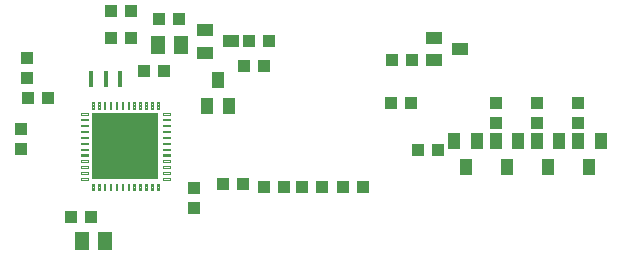
<source format=gbr>
G04 EAGLE Gerber RS-274X export*
G75*
%MOMM*%
%FSLAX34Y34*%
%LPD*%
%INSolderpaste Bottom*%
%IPPOS*%
%AMOC8*
5,1,8,0,0,1.08239X$1,22.5*%
G01*
%ADD10R,1.100000X1.000000*%
%ADD11R,1.300000X1.500000*%
%ADD12R,1.000000X1.100000*%
%ADD13R,0.400000X1.399997*%
%ADD14R,1.000000X1.400000*%
%ADD15R,1.400000X1.000000*%
%ADD16C,0.124994*%
%ADD17R,5.699988X5.699988*%


D10*
X157725Y266700D03*
X140725Y266700D03*
D11*
X171425Y288925D03*
X152425Y288925D03*
D10*
X78813Y143669D03*
X95813Y143669D03*
D11*
X88131Y123031D03*
X107131Y123031D03*
D12*
X41275Y261375D03*
X41275Y278375D03*
X182563Y151044D03*
X182563Y168044D03*
D10*
X129150Y317500D03*
X112150Y317500D03*
X59300Y244475D03*
X42300Y244475D03*
D12*
X170425Y311150D03*
X153425Y311150D03*
X112150Y295275D03*
X129150Y295275D03*
D10*
X36513Y218050D03*
X36513Y201050D03*
D13*
X95950Y260350D03*
X107950Y260350D03*
X119950Y260350D03*
D14*
X203200Y259444D03*
X193700Y237444D03*
X212700Y237444D03*
D15*
X407875Y285750D03*
X385875Y295250D03*
X385875Y276250D03*
D14*
X517525Y185850D03*
X527025Y207850D03*
X508025Y207850D03*
X447675Y185850D03*
X457175Y207850D03*
X438175Y207850D03*
X412750Y185850D03*
X422250Y207850D03*
X403250Y207850D03*
D15*
X214200Y292100D03*
X192200Y301600D03*
X192200Y282600D03*
D14*
X482600Y185850D03*
X492100Y207850D03*
X473100Y207850D03*
D12*
X367275Y276225D03*
X350275Y276225D03*
D10*
X508000Y223275D03*
X508000Y240275D03*
X438150Y223275D03*
X438150Y240275D03*
D12*
X389500Y200025D03*
X372500Y200025D03*
D10*
X473075Y223275D03*
X473075Y240275D03*
D12*
X241863Y271463D03*
X224863Y271463D03*
X349481Y239713D03*
X366481Y239713D03*
X309000Y169069D03*
X326000Y169069D03*
X242325Y169069D03*
X259325Y169069D03*
X224400Y171450D03*
X207400Y171450D03*
X246625Y292100D03*
X229625Y292100D03*
X274075Y169069D03*
X291075Y169069D03*
D16*
X97744Y234825D02*
X96494Y234825D01*
X96494Y240575D01*
X97744Y240575D01*
X97744Y234825D01*
X97744Y236012D02*
X96494Y236012D01*
X96494Y237199D02*
X97744Y237199D01*
X97744Y238386D02*
X96494Y238386D01*
X96494Y239573D02*
X97744Y239573D01*
X101494Y234825D02*
X102744Y234825D01*
X101494Y234825D02*
X101494Y240575D01*
X102744Y240575D01*
X102744Y234825D01*
X102744Y236012D02*
X101494Y236012D01*
X101494Y237199D02*
X102744Y237199D01*
X102744Y238386D02*
X101494Y238386D01*
X101494Y239573D02*
X102744Y239573D01*
X106494Y234825D02*
X107744Y234825D01*
X106494Y234825D02*
X106494Y240575D01*
X107744Y240575D01*
X107744Y234825D01*
X107744Y236012D02*
X106494Y236012D01*
X106494Y237199D02*
X107744Y237199D01*
X107744Y238386D02*
X106494Y238386D01*
X106494Y239573D02*
X107744Y239573D01*
X111494Y234825D02*
X112744Y234825D01*
X111494Y234825D02*
X111494Y240575D01*
X112744Y240575D01*
X112744Y234825D01*
X112744Y236012D02*
X111494Y236012D01*
X111494Y237199D02*
X112744Y237199D01*
X112744Y238386D02*
X111494Y238386D01*
X111494Y239573D02*
X112744Y239573D01*
X116494Y234825D02*
X117744Y234825D01*
X116494Y234825D02*
X116494Y240575D01*
X117744Y240575D01*
X117744Y234825D01*
X117744Y236012D02*
X116494Y236012D01*
X116494Y237199D02*
X117744Y237199D01*
X117744Y238386D02*
X116494Y238386D01*
X116494Y239573D02*
X117744Y239573D01*
X121494Y234825D02*
X122744Y234825D01*
X121494Y234825D02*
X121494Y240575D01*
X122744Y240575D01*
X122744Y234825D01*
X122744Y236012D02*
X121494Y236012D01*
X121494Y237199D02*
X122744Y237199D01*
X122744Y238386D02*
X121494Y238386D01*
X121494Y239573D02*
X122744Y239573D01*
X126494Y234825D02*
X127744Y234825D01*
X126494Y234825D02*
X126494Y240575D01*
X127744Y240575D01*
X127744Y234825D01*
X127744Y236012D02*
X126494Y236012D01*
X126494Y237199D02*
X127744Y237199D01*
X127744Y238386D02*
X126494Y238386D01*
X126494Y239573D02*
X127744Y239573D01*
X131494Y234825D02*
X132744Y234825D01*
X131494Y234825D02*
X131494Y240575D01*
X132744Y240575D01*
X132744Y234825D01*
X132744Y236012D02*
X131494Y236012D01*
X131494Y237199D02*
X132744Y237199D01*
X132744Y238386D02*
X131494Y238386D01*
X131494Y239573D02*
X132744Y239573D01*
X136494Y234825D02*
X137744Y234825D01*
X136494Y234825D02*
X136494Y240575D01*
X137744Y240575D01*
X137744Y234825D01*
X137744Y236012D02*
X136494Y236012D01*
X136494Y237199D02*
X137744Y237199D01*
X137744Y238386D02*
X136494Y238386D01*
X136494Y239573D02*
X137744Y239573D01*
X141494Y234825D02*
X142744Y234825D01*
X141494Y234825D02*
X141494Y240575D01*
X142744Y240575D01*
X142744Y234825D01*
X142744Y236012D02*
X141494Y236012D01*
X141494Y237199D02*
X142744Y237199D01*
X142744Y238386D02*
X141494Y238386D01*
X141494Y239573D02*
X142744Y239573D01*
X146494Y234825D02*
X147744Y234825D01*
X146494Y234825D02*
X146494Y240575D01*
X147744Y240575D01*
X147744Y234825D01*
X147744Y236012D02*
X146494Y236012D01*
X146494Y237199D02*
X147744Y237199D01*
X147744Y238386D02*
X146494Y238386D01*
X146494Y239573D02*
X147744Y239573D01*
X151494Y234825D02*
X152744Y234825D01*
X151494Y234825D02*
X151494Y240575D01*
X152744Y240575D01*
X152744Y234825D01*
X152744Y236012D02*
X151494Y236012D01*
X151494Y237199D02*
X152744Y237199D01*
X152744Y238386D02*
X151494Y238386D01*
X151494Y239573D02*
X152744Y239573D01*
X156244Y231325D02*
X156244Y230075D01*
X156244Y231325D02*
X161994Y231325D01*
X161994Y230075D01*
X156244Y230075D01*
X156244Y231262D02*
X161994Y231262D01*
X156244Y226325D02*
X156244Y225075D01*
X156244Y226325D02*
X161994Y226325D01*
X161994Y225075D01*
X156244Y225075D01*
X156244Y226262D02*
X161994Y226262D01*
X156244Y221325D02*
X156244Y220075D01*
X156244Y221325D02*
X161994Y221325D01*
X161994Y220075D01*
X156244Y220075D01*
X156244Y221262D02*
X161994Y221262D01*
X156244Y216325D02*
X156244Y215075D01*
X156244Y216325D02*
X161994Y216325D01*
X161994Y215075D01*
X156244Y215075D01*
X156244Y216262D02*
X161994Y216262D01*
X156244Y211325D02*
X156244Y210075D01*
X156244Y211325D02*
X161994Y211325D01*
X161994Y210075D01*
X156244Y210075D01*
X156244Y211262D02*
X161994Y211262D01*
X156244Y206325D02*
X156244Y205075D01*
X156244Y206325D02*
X161994Y206325D01*
X161994Y205075D01*
X156244Y205075D01*
X156244Y206262D02*
X161994Y206262D01*
X156244Y201325D02*
X156244Y200075D01*
X156244Y201325D02*
X161994Y201325D01*
X161994Y200075D01*
X156244Y200075D01*
X156244Y201262D02*
X161994Y201262D01*
X156244Y196325D02*
X156244Y195075D01*
X156244Y196325D02*
X161994Y196325D01*
X161994Y195075D01*
X156244Y195075D01*
X156244Y196262D02*
X161994Y196262D01*
X156244Y191325D02*
X156244Y190075D01*
X156244Y191325D02*
X161994Y191325D01*
X161994Y190075D01*
X156244Y190075D01*
X156244Y191262D02*
X161994Y191262D01*
X156244Y186325D02*
X156244Y185075D01*
X156244Y186325D02*
X161994Y186325D01*
X161994Y185075D01*
X156244Y185075D01*
X156244Y186262D02*
X161994Y186262D01*
X156244Y181325D02*
X156244Y180075D01*
X156244Y181325D02*
X161994Y181325D01*
X161994Y180075D01*
X156244Y180075D01*
X156244Y181262D02*
X161994Y181262D01*
X156244Y176325D02*
X156244Y175075D01*
X156244Y176325D02*
X161994Y176325D01*
X161994Y175075D01*
X156244Y175075D01*
X156244Y176262D02*
X161994Y176262D01*
X152744Y171575D02*
X151494Y171575D01*
X152744Y171575D02*
X152744Y165825D01*
X151494Y165825D01*
X151494Y171575D01*
X151494Y167012D02*
X152744Y167012D01*
X152744Y168199D02*
X151494Y168199D01*
X151494Y169386D02*
X152744Y169386D01*
X152744Y170573D02*
X151494Y170573D01*
X147744Y171575D02*
X146494Y171575D01*
X147744Y171575D02*
X147744Y165825D01*
X146494Y165825D01*
X146494Y171575D01*
X146494Y167012D02*
X147744Y167012D01*
X147744Y168199D02*
X146494Y168199D01*
X146494Y169386D02*
X147744Y169386D01*
X147744Y170573D02*
X146494Y170573D01*
X142744Y171575D02*
X141494Y171575D01*
X142744Y171575D02*
X142744Y165825D01*
X141494Y165825D01*
X141494Y171575D01*
X141494Y167012D02*
X142744Y167012D01*
X142744Y168199D02*
X141494Y168199D01*
X141494Y169386D02*
X142744Y169386D01*
X142744Y170573D02*
X141494Y170573D01*
X137744Y171575D02*
X136494Y171575D01*
X137744Y171575D02*
X137744Y165825D01*
X136494Y165825D01*
X136494Y171575D01*
X136494Y167012D02*
X137744Y167012D01*
X137744Y168199D02*
X136494Y168199D01*
X136494Y169386D02*
X137744Y169386D01*
X137744Y170573D02*
X136494Y170573D01*
X132744Y171575D02*
X131494Y171575D01*
X132744Y171575D02*
X132744Y165825D01*
X131494Y165825D01*
X131494Y171575D01*
X131494Y167012D02*
X132744Y167012D01*
X132744Y168199D02*
X131494Y168199D01*
X131494Y169386D02*
X132744Y169386D01*
X132744Y170573D02*
X131494Y170573D01*
X127744Y171575D02*
X126494Y171575D01*
X127744Y171575D02*
X127744Y165825D01*
X126494Y165825D01*
X126494Y171575D01*
X126494Y167012D02*
X127744Y167012D01*
X127744Y168199D02*
X126494Y168199D01*
X126494Y169386D02*
X127744Y169386D01*
X127744Y170573D02*
X126494Y170573D01*
X122744Y171575D02*
X121494Y171575D01*
X122744Y171575D02*
X122744Y165825D01*
X121494Y165825D01*
X121494Y171575D01*
X121494Y167012D02*
X122744Y167012D01*
X122744Y168199D02*
X121494Y168199D01*
X121494Y169386D02*
X122744Y169386D01*
X122744Y170573D02*
X121494Y170573D01*
X117744Y171575D02*
X116494Y171575D01*
X117744Y171575D02*
X117744Y165825D01*
X116494Y165825D01*
X116494Y171575D01*
X116494Y167012D02*
X117744Y167012D01*
X117744Y168199D02*
X116494Y168199D01*
X116494Y169386D02*
X117744Y169386D01*
X117744Y170573D02*
X116494Y170573D01*
X112744Y171575D02*
X111494Y171575D01*
X112744Y171575D02*
X112744Y165825D01*
X111494Y165825D01*
X111494Y171575D01*
X111494Y167012D02*
X112744Y167012D01*
X112744Y168199D02*
X111494Y168199D01*
X111494Y169386D02*
X112744Y169386D01*
X112744Y170573D02*
X111494Y170573D01*
X107744Y171575D02*
X106494Y171575D01*
X107744Y171575D02*
X107744Y165825D01*
X106494Y165825D01*
X106494Y171575D01*
X106494Y167012D02*
X107744Y167012D01*
X107744Y168199D02*
X106494Y168199D01*
X106494Y169386D02*
X107744Y169386D01*
X107744Y170573D02*
X106494Y170573D01*
X102744Y171575D02*
X101494Y171575D01*
X102744Y171575D02*
X102744Y165825D01*
X101494Y165825D01*
X101494Y171575D01*
X101494Y167012D02*
X102744Y167012D01*
X102744Y168199D02*
X101494Y168199D01*
X101494Y169386D02*
X102744Y169386D01*
X102744Y170573D02*
X101494Y170573D01*
X97744Y171575D02*
X96494Y171575D01*
X97744Y171575D02*
X97744Y165825D01*
X96494Y165825D01*
X96494Y171575D01*
X96494Y167012D02*
X97744Y167012D01*
X97744Y168199D02*
X96494Y168199D01*
X96494Y169386D02*
X97744Y169386D01*
X97744Y170573D02*
X96494Y170573D01*
X92994Y175075D02*
X92994Y176325D01*
X92994Y175075D02*
X87244Y175075D01*
X87244Y176325D01*
X92994Y176325D01*
X92994Y176262D02*
X87244Y176262D01*
X92994Y180075D02*
X92994Y181325D01*
X92994Y180075D02*
X87244Y180075D01*
X87244Y181325D01*
X92994Y181325D01*
X92994Y181262D02*
X87244Y181262D01*
X92994Y185075D02*
X92994Y186325D01*
X92994Y185075D02*
X87244Y185075D01*
X87244Y186325D01*
X92994Y186325D01*
X92994Y186262D02*
X87244Y186262D01*
X92994Y190075D02*
X92994Y191325D01*
X92994Y190075D02*
X87244Y190075D01*
X87244Y191325D01*
X92994Y191325D01*
X92994Y191262D02*
X87244Y191262D01*
X92994Y195075D02*
X92994Y196325D01*
X92994Y195075D02*
X87244Y195075D01*
X87244Y196325D01*
X92994Y196325D01*
X92994Y196262D02*
X87244Y196262D01*
X92994Y200075D02*
X92994Y201325D01*
X92994Y200075D02*
X87244Y200075D01*
X87244Y201325D01*
X92994Y201325D01*
X92994Y201262D02*
X87244Y201262D01*
X92994Y205075D02*
X92994Y206325D01*
X92994Y205075D02*
X87244Y205075D01*
X87244Y206325D01*
X92994Y206325D01*
X92994Y206262D02*
X87244Y206262D01*
X92994Y210075D02*
X92994Y211325D01*
X92994Y210075D02*
X87244Y210075D01*
X87244Y211325D01*
X92994Y211325D01*
X92994Y211262D02*
X87244Y211262D01*
X92994Y215075D02*
X92994Y216325D01*
X92994Y215075D02*
X87244Y215075D01*
X87244Y216325D01*
X92994Y216325D01*
X92994Y216262D02*
X87244Y216262D01*
X92994Y220075D02*
X92994Y221325D01*
X92994Y220075D02*
X87244Y220075D01*
X87244Y221325D01*
X92994Y221325D01*
X92994Y221262D02*
X87244Y221262D01*
X92994Y225075D02*
X92994Y226325D01*
X92994Y225075D02*
X87244Y225075D01*
X87244Y226325D01*
X92994Y226325D01*
X92994Y226262D02*
X87244Y226262D01*
X92994Y230075D02*
X92994Y231325D01*
X92994Y230075D02*
X87244Y230075D01*
X87244Y231325D01*
X92994Y231325D01*
X92994Y231262D02*
X87244Y231262D01*
D17*
X124619Y203200D03*
M02*

</source>
